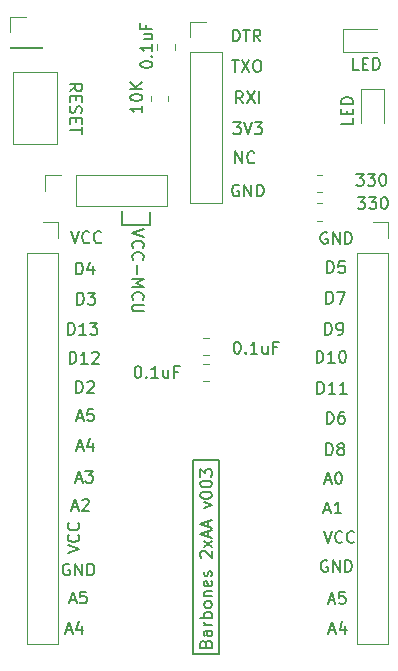
<source format=gbr>
%TF.GenerationSoftware,KiCad,Pcbnew,6.0.6-3a73a75311~116~ubuntu20.04.1*%
%TF.CreationDate,2022-07-15T19:37:52-05:00*%
%TF.ProjectId,Barbones_2xAA_Arduino_v003,42617262-6f6e-4657-935f-327841415f41,rev?*%
%TF.SameCoordinates,Original*%
%TF.FileFunction,Legend,Top*%
%TF.FilePolarity,Positive*%
%FSLAX46Y46*%
G04 Gerber Fmt 4.6, Leading zero omitted, Abs format (unit mm)*
G04 Created by KiCad (PCBNEW 6.0.6-3a73a75311~116~ubuntu20.04.1) date 2022-07-15 19:37:52*
%MOMM*%
%LPD*%
G01*
G04 APERTURE LIST*
%ADD10C,0.150000*%
%ADD11C,0.120000*%
G04 APERTURE END LIST*
D10*
X174260000Y-67520000D02*
X174260000Y-66360000D01*
X171820000Y-67520000D02*
X174260000Y-67520000D01*
X171820000Y-66340000D02*
X171820000Y-67520000D01*
X177830000Y-103820000D02*
X180060000Y-103820000D01*
X180060000Y-103820000D02*
X180060000Y-87400000D01*
X180060000Y-87400000D02*
X177830000Y-87400000D01*
X177830000Y-87400000D02*
X177830000Y-103820000D01*
X182075238Y-57172380D02*
X181741904Y-56696190D01*
X181503809Y-57172380D02*
X181503809Y-56172380D01*
X181884761Y-56172380D01*
X181980000Y-56220000D01*
X182027619Y-56267619D01*
X182075238Y-56362857D01*
X182075238Y-56505714D01*
X182027619Y-56600952D01*
X181980000Y-56648571D01*
X181884761Y-56696190D01*
X181503809Y-56696190D01*
X182408571Y-56172380D02*
X183075238Y-57172380D01*
X183075238Y-56172380D02*
X182408571Y-57172380D01*
X183456190Y-57172380D02*
X183456190Y-56172380D01*
X189161904Y-74142380D02*
X189161904Y-73142380D01*
X189400000Y-73142380D01*
X189542857Y-73190000D01*
X189638095Y-73285238D01*
X189685714Y-73380476D01*
X189733333Y-73570952D01*
X189733333Y-73713809D01*
X189685714Y-73904285D01*
X189638095Y-73999523D01*
X189542857Y-74094761D01*
X189400000Y-74142380D01*
X189161904Y-74142380D01*
X190066666Y-73142380D02*
X190733333Y-73142380D01*
X190304761Y-74142380D01*
X188325714Y-79142380D02*
X188325714Y-78142380D01*
X188563809Y-78142380D01*
X188706666Y-78190000D01*
X188801904Y-78285238D01*
X188849523Y-78380476D01*
X188897142Y-78570952D01*
X188897142Y-78713809D01*
X188849523Y-78904285D01*
X188801904Y-78999523D01*
X188706666Y-79094761D01*
X188563809Y-79142380D01*
X188325714Y-79142380D01*
X189849523Y-79142380D02*
X189278095Y-79142380D01*
X189563809Y-79142380D02*
X189563809Y-78142380D01*
X189468571Y-78285238D01*
X189373333Y-78380476D01*
X189278095Y-78428095D01*
X190468571Y-78142380D02*
X190563809Y-78142380D01*
X190659047Y-78190000D01*
X190706666Y-78237619D01*
X190754285Y-78332857D01*
X190801904Y-78523333D01*
X190801904Y-78761428D01*
X190754285Y-78951904D01*
X190706666Y-79047142D01*
X190659047Y-79094761D01*
X190563809Y-79142380D01*
X190468571Y-79142380D01*
X190373333Y-79094761D01*
X190325714Y-79047142D01*
X190278095Y-78951904D01*
X190230476Y-78761428D01*
X190230476Y-78523333D01*
X190278095Y-78332857D01*
X190325714Y-78237619D01*
X190373333Y-78190000D01*
X190468571Y-78142380D01*
X189425714Y-101796666D02*
X189901904Y-101796666D01*
X189330476Y-102082380D02*
X189663809Y-101082380D01*
X189997142Y-102082380D01*
X190759047Y-101415714D02*
X190759047Y-102082380D01*
X190520952Y-101034761D02*
X190282857Y-101749047D01*
X190901904Y-101749047D01*
X189191904Y-84312380D02*
X189191904Y-83312380D01*
X189430000Y-83312380D01*
X189572857Y-83360000D01*
X189668095Y-83455238D01*
X189715714Y-83550476D01*
X189763333Y-83740952D01*
X189763333Y-83883809D01*
X189715714Y-84074285D01*
X189668095Y-84169523D01*
X189572857Y-84264761D01*
X189430000Y-84312380D01*
X189191904Y-84312380D01*
X190620476Y-83312380D02*
X190430000Y-83312380D01*
X190334761Y-83360000D01*
X190287142Y-83407619D01*
X190191904Y-83550476D01*
X190144285Y-83740952D01*
X190144285Y-84121904D01*
X190191904Y-84217142D01*
X190239523Y-84264761D01*
X190334761Y-84312380D01*
X190525238Y-84312380D01*
X190620476Y-84264761D01*
X190668095Y-84217142D01*
X190715714Y-84121904D01*
X190715714Y-83883809D01*
X190668095Y-83788571D01*
X190620476Y-83740952D01*
X190525238Y-83693333D01*
X190334761Y-83693333D01*
X190239523Y-83740952D01*
X190191904Y-83788571D01*
X190144285Y-83883809D01*
X189055714Y-89116666D02*
X189531904Y-89116666D01*
X188960476Y-89402380D02*
X189293809Y-88402380D01*
X189627142Y-89402380D01*
X190150952Y-88402380D02*
X190246190Y-88402380D01*
X190341428Y-88450000D01*
X190389047Y-88497619D01*
X190436666Y-88592857D01*
X190484285Y-88783333D01*
X190484285Y-89021428D01*
X190436666Y-89211904D01*
X190389047Y-89307142D01*
X190341428Y-89354761D01*
X190246190Y-89402380D01*
X190150952Y-89402380D01*
X190055714Y-89354761D01*
X190008095Y-89307142D01*
X189960476Y-89211904D01*
X189912857Y-89021428D01*
X189912857Y-88783333D01*
X189960476Y-88592857D01*
X190008095Y-88497619D01*
X190055714Y-88450000D01*
X190150952Y-88402380D01*
X188946666Y-93402380D02*
X189280000Y-94402380D01*
X189613333Y-93402380D01*
X190518095Y-94307142D02*
X190470476Y-94354761D01*
X190327619Y-94402380D01*
X190232380Y-94402380D01*
X190089523Y-94354761D01*
X189994285Y-94259523D01*
X189946666Y-94164285D01*
X189899047Y-93973809D01*
X189899047Y-93830952D01*
X189946666Y-93640476D01*
X189994285Y-93545238D01*
X190089523Y-93450000D01*
X190232380Y-93402380D01*
X190327619Y-93402380D01*
X190470476Y-93450000D01*
X190518095Y-93497619D01*
X191518095Y-94307142D02*
X191470476Y-94354761D01*
X191327619Y-94402380D01*
X191232380Y-94402380D01*
X191089523Y-94354761D01*
X190994285Y-94259523D01*
X190946666Y-94164285D01*
X190899047Y-93973809D01*
X190899047Y-93830952D01*
X190946666Y-93640476D01*
X190994285Y-93545238D01*
X191089523Y-93450000D01*
X191232380Y-93402380D01*
X191327619Y-93402380D01*
X191470476Y-93450000D01*
X191518095Y-93497619D01*
X181237142Y-51942380D02*
X181237142Y-50942380D01*
X181475238Y-50942380D01*
X181618095Y-50990000D01*
X181713333Y-51085238D01*
X181760952Y-51180476D01*
X181808571Y-51370952D01*
X181808571Y-51513809D01*
X181760952Y-51704285D01*
X181713333Y-51799523D01*
X181618095Y-51894761D01*
X181475238Y-51942380D01*
X181237142Y-51942380D01*
X182094285Y-50942380D02*
X182665714Y-50942380D01*
X182380000Y-51942380D02*
X182380000Y-50942380D01*
X183570476Y-51942380D02*
X183237142Y-51466190D01*
X182999047Y-51942380D02*
X182999047Y-50942380D01*
X183380000Y-50942380D01*
X183475238Y-50990000D01*
X183522857Y-51037619D01*
X183570476Y-51132857D01*
X183570476Y-51275714D01*
X183522857Y-51370952D01*
X183475238Y-51418571D01*
X183380000Y-51466190D01*
X182999047Y-51466190D01*
X189238095Y-95910000D02*
X189142857Y-95862380D01*
X189000000Y-95862380D01*
X188857142Y-95910000D01*
X188761904Y-96005238D01*
X188714285Y-96100476D01*
X188666666Y-96290952D01*
X188666666Y-96433809D01*
X188714285Y-96624285D01*
X188761904Y-96719523D01*
X188857142Y-96814761D01*
X189000000Y-96862380D01*
X189095238Y-96862380D01*
X189238095Y-96814761D01*
X189285714Y-96767142D01*
X189285714Y-96433809D01*
X189095238Y-96433809D01*
X189714285Y-96862380D02*
X189714285Y-95862380D01*
X190285714Y-96862380D01*
X190285714Y-95862380D01*
X190761904Y-96862380D02*
X190761904Y-95862380D01*
X191000000Y-95862380D01*
X191142857Y-95910000D01*
X191238095Y-96005238D01*
X191285714Y-96100476D01*
X191333333Y-96290952D01*
X191333333Y-96433809D01*
X191285714Y-96624285D01*
X191238095Y-96719523D01*
X191142857Y-96814761D01*
X191000000Y-96862380D01*
X190761904Y-96862380D01*
X189228095Y-68140000D02*
X189132857Y-68092380D01*
X188990000Y-68092380D01*
X188847142Y-68140000D01*
X188751904Y-68235238D01*
X188704285Y-68330476D01*
X188656666Y-68520952D01*
X188656666Y-68663809D01*
X188704285Y-68854285D01*
X188751904Y-68949523D01*
X188847142Y-69044761D01*
X188990000Y-69092380D01*
X189085238Y-69092380D01*
X189228095Y-69044761D01*
X189275714Y-68997142D01*
X189275714Y-68663809D01*
X189085238Y-68663809D01*
X189704285Y-69092380D02*
X189704285Y-68092380D01*
X190275714Y-69092380D01*
X190275714Y-68092380D01*
X190751904Y-69092380D02*
X190751904Y-68092380D01*
X190990000Y-68092380D01*
X191132857Y-68140000D01*
X191228095Y-68235238D01*
X191275714Y-68330476D01*
X191323333Y-68520952D01*
X191323333Y-68663809D01*
X191275714Y-68854285D01*
X191228095Y-68949523D01*
X191132857Y-69044761D01*
X190990000Y-69092380D01*
X190751904Y-69092380D01*
X173717619Y-67852380D02*
X172717619Y-68185714D01*
X173717619Y-68519047D01*
X172812857Y-69423809D02*
X172765238Y-69376190D01*
X172717619Y-69233333D01*
X172717619Y-69138095D01*
X172765238Y-68995238D01*
X172860476Y-68900000D01*
X172955714Y-68852380D01*
X173146190Y-68804761D01*
X173289047Y-68804761D01*
X173479523Y-68852380D01*
X173574761Y-68900000D01*
X173670000Y-68995238D01*
X173717619Y-69138095D01*
X173717619Y-69233333D01*
X173670000Y-69376190D01*
X173622380Y-69423809D01*
X172812857Y-70423809D02*
X172765238Y-70376190D01*
X172717619Y-70233333D01*
X172717619Y-70138095D01*
X172765238Y-69995238D01*
X172860476Y-69900000D01*
X172955714Y-69852380D01*
X173146190Y-69804761D01*
X173289047Y-69804761D01*
X173479523Y-69852380D01*
X173574761Y-69900000D01*
X173670000Y-69995238D01*
X173717619Y-70138095D01*
X173717619Y-70233333D01*
X173670000Y-70376190D01*
X173622380Y-70423809D01*
X173098571Y-70852380D02*
X173098571Y-71614285D01*
X172717619Y-72090476D02*
X173717619Y-72090476D01*
X173003333Y-72423809D01*
X173717619Y-72757142D01*
X172717619Y-72757142D01*
X172812857Y-73804761D02*
X172765238Y-73757142D01*
X172717619Y-73614285D01*
X172717619Y-73519047D01*
X172765238Y-73376190D01*
X172860476Y-73280952D01*
X172955714Y-73233333D01*
X173146190Y-73185714D01*
X173289047Y-73185714D01*
X173479523Y-73233333D01*
X173574761Y-73280952D01*
X173670000Y-73376190D01*
X173717619Y-73519047D01*
X173717619Y-73614285D01*
X173670000Y-73757142D01*
X173622380Y-73804761D01*
X173717619Y-74233333D02*
X172908095Y-74233333D01*
X172812857Y-74280952D01*
X172765238Y-74328571D01*
X172717619Y-74423809D01*
X172717619Y-74614285D01*
X172765238Y-74709523D01*
X172812857Y-74757142D01*
X172908095Y-74804761D01*
X173717619Y-74804761D01*
X189355714Y-99266666D02*
X189831904Y-99266666D01*
X189260476Y-99552380D02*
X189593809Y-98552380D01*
X189927142Y-99552380D01*
X190736666Y-98552380D02*
X190260476Y-98552380D01*
X190212857Y-99028571D01*
X190260476Y-98980952D01*
X190355714Y-98933333D01*
X190593809Y-98933333D01*
X190689047Y-98980952D01*
X190736666Y-99028571D01*
X190784285Y-99123809D01*
X190784285Y-99361904D01*
X190736666Y-99457142D01*
X190689047Y-99504761D01*
X190593809Y-99552380D01*
X190355714Y-99552380D01*
X190260476Y-99504761D01*
X190212857Y-99457142D01*
X189061904Y-76772380D02*
X189061904Y-75772380D01*
X189300000Y-75772380D01*
X189442857Y-75820000D01*
X189538095Y-75915238D01*
X189585714Y-76010476D01*
X189633333Y-76200952D01*
X189633333Y-76343809D01*
X189585714Y-76534285D01*
X189538095Y-76629523D01*
X189442857Y-76724761D01*
X189300000Y-76772380D01*
X189061904Y-76772380D01*
X190109523Y-76772380D02*
X190300000Y-76772380D01*
X190395238Y-76724761D01*
X190442857Y-76677142D01*
X190538095Y-76534285D01*
X190585714Y-76343809D01*
X190585714Y-75962857D01*
X190538095Y-75867619D01*
X190490476Y-75820000D01*
X190395238Y-75772380D01*
X190204761Y-75772380D01*
X190109523Y-75820000D01*
X190061904Y-75867619D01*
X190014285Y-75962857D01*
X190014285Y-76200952D01*
X190061904Y-76296190D01*
X190109523Y-76343809D01*
X190204761Y-76391428D01*
X190395238Y-76391428D01*
X190490476Y-76343809D01*
X190538095Y-76296190D01*
X190585714Y-76200952D01*
X181748095Y-64110000D02*
X181652857Y-64062380D01*
X181510000Y-64062380D01*
X181367142Y-64110000D01*
X181271904Y-64205238D01*
X181224285Y-64300476D01*
X181176666Y-64490952D01*
X181176666Y-64633809D01*
X181224285Y-64824285D01*
X181271904Y-64919523D01*
X181367142Y-65014761D01*
X181510000Y-65062380D01*
X181605238Y-65062380D01*
X181748095Y-65014761D01*
X181795714Y-64967142D01*
X181795714Y-64633809D01*
X181605238Y-64633809D01*
X182224285Y-65062380D02*
X182224285Y-64062380D01*
X182795714Y-65062380D01*
X182795714Y-64062380D01*
X183271904Y-65062380D02*
X183271904Y-64062380D01*
X183510000Y-64062380D01*
X183652857Y-64110000D01*
X183748095Y-64205238D01*
X183795714Y-64300476D01*
X183843333Y-64490952D01*
X183843333Y-64633809D01*
X183795714Y-64824285D01*
X183748095Y-64919523D01*
X183652857Y-65014761D01*
X183510000Y-65062380D01*
X183271904Y-65062380D01*
X167115714Y-101806666D02*
X167591904Y-101806666D01*
X167020476Y-102092380D02*
X167353809Y-101092380D01*
X167687142Y-102092380D01*
X168449047Y-101425714D02*
X168449047Y-102092380D01*
X168210952Y-101044761D02*
X167972857Y-101759047D01*
X168591904Y-101759047D01*
X167435714Y-99236666D02*
X167911904Y-99236666D01*
X167340476Y-99522380D02*
X167673809Y-98522380D01*
X168007142Y-99522380D01*
X168816666Y-98522380D02*
X168340476Y-98522380D01*
X168292857Y-98998571D01*
X168340476Y-98950952D01*
X168435714Y-98903333D01*
X168673809Y-98903333D01*
X168769047Y-98950952D01*
X168816666Y-98998571D01*
X168864285Y-99093809D01*
X168864285Y-99331904D01*
X168816666Y-99427142D01*
X168769047Y-99474761D01*
X168673809Y-99522380D01*
X168435714Y-99522380D01*
X168340476Y-99474761D01*
X168292857Y-99427142D01*
X181281904Y-58792380D02*
X181900952Y-58792380D01*
X181567619Y-59173333D01*
X181710476Y-59173333D01*
X181805714Y-59220952D01*
X181853333Y-59268571D01*
X181900952Y-59363809D01*
X181900952Y-59601904D01*
X181853333Y-59697142D01*
X181805714Y-59744761D01*
X181710476Y-59792380D01*
X181424761Y-59792380D01*
X181329523Y-59744761D01*
X181281904Y-59697142D01*
X182186666Y-58792380D02*
X182520000Y-59792380D01*
X182853333Y-58792380D01*
X183091428Y-58792380D02*
X183710476Y-58792380D01*
X183377142Y-59173333D01*
X183520000Y-59173333D01*
X183615238Y-59220952D01*
X183662857Y-59268571D01*
X183710476Y-59363809D01*
X183710476Y-59601904D01*
X183662857Y-59697142D01*
X183615238Y-59744761D01*
X183520000Y-59792380D01*
X183234285Y-59792380D01*
X183139047Y-59744761D01*
X183091428Y-59697142D01*
X188405714Y-81772380D02*
X188405714Y-80772380D01*
X188643809Y-80772380D01*
X188786666Y-80820000D01*
X188881904Y-80915238D01*
X188929523Y-81010476D01*
X188977142Y-81200952D01*
X188977142Y-81343809D01*
X188929523Y-81534285D01*
X188881904Y-81629523D01*
X188786666Y-81724761D01*
X188643809Y-81772380D01*
X188405714Y-81772380D01*
X189929523Y-81772380D02*
X189358095Y-81772380D01*
X189643809Y-81772380D02*
X189643809Y-80772380D01*
X189548571Y-80915238D01*
X189453333Y-81010476D01*
X189358095Y-81058095D01*
X190881904Y-81772380D02*
X190310476Y-81772380D01*
X190596190Y-81772380D02*
X190596190Y-80772380D01*
X190500952Y-80915238D01*
X190405714Y-81010476D01*
X190310476Y-81058095D01*
X168035714Y-83786666D02*
X168511904Y-83786666D01*
X167940476Y-84072380D02*
X168273809Y-83072380D01*
X168607142Y-84072380D01*
X169416666Y-83072380D02*
X168940476Y-83072380D01*
X168892857Y-83548571D01*
X168940476Y-83500952D01*
X169035714Y-83453333D01*
X169273809Y-83453333D01*
X169369047Y-83500952D01*
X169416666Y-83548571D01*
X169464285Y-83643809D01*
X169464285Y-83881904D01*
X169416666Y-83977142D01*
X169369047Y-84024761D01*
X169273809Y-84072380D01*
X169035714Y-84072380D01*
X168940476Y-84024761D01*
X168892857Y-83977142D01*
X167398095Y-96200000D02*
X167302857Y-96152380D01*
X167160000Y-96152380D01*
X167017142Y-96200000D01*
X166921904Y-96295238D01*
X166874285Y-96390476D01*
X166826666Y-96580952D01*
X166826666Y-96723809D01*
X166874285Y-96914285D01*
X166921904Y-97009523D01*
X167017142Y-97104761D01*
X167160000Y-97152380D01*
X167255238Y-97152380D01*
X167398095Y-97104761D01*
X167445714Y-97057142D01*
X167445714Y-96723809D01*
X167255238Y-96723809D01*
X167874285Y-97152380D02*
X167874285Y-96152380D01*
X168445714Y-97152380D01*
X168445714Y-96152380D01*
X168921904Y-97152380D02*
X168921904Y-96152380D01*
X169160000Y-96152380D01*
X169302857Y-96200000D01*
X169398095Y-96295238D01*
X169445714Y-96390476D01*
X169493333Y-96580952D01*
X169493333Y-96723809D01*
X169445714Y-96914285D01*
X169398095Y-97009523D01*
X169302857Y-97104761D01*
X169160000Y-97152380D01*
X168921904Y-97152380D01*
X167981904Y-71662380D02*
X167981904Y-70662380D01*
X168220000Y-70662380D01*
X168362857Y-70710000D01*
X168458095Y-70805238D01*
X168505714Y-70900476D01*
X168553333Y-71090952D01*
X168553333Y-71233809D01*
X168505714Y-71424285D01*
X168458095Y-71519523D01*
X168362857Y-71614761D01*
X168220000Y-71662380D01*
X167981904Y-71662380D01*
X169410476Y-70995714D02*
X169410476Y-71662380D01*
X169172380Y-70614761D02*
X168934285Y-71329047D01*
X169553333Y-71329047D01*
X167625714Y-91396666D02*
X168101904Y-91396666D01*
X167530476Y-91682380D02*
X167863809Y-90682380D01*
X168197142Y-91682380D01*
X168482857Y-90777619D02*
X168530476Y-90730000D01*
X168625714Y-90682380D01*
X168863809Y-90682380D01*
X168959047Y-90730000D01*
X169006666Y-90777619D01*
X169054285Y-90872857D01*
X169054285Y-90968095D01*
X169006666Y-91110952D01*
X168435238Y-91682380D01*
X169054285Y-91682380D01*
X188995714Y-91626666D02*
X189471904Y-91626666D01*
X188900476Y-91912380D02*
X189233809Y-90912380D01*
X189567142Y-91912380D01*
X190424285Y-91912380D02*
X189852857Y-91912380D01*
X190138571Y-91912380D02*
X190138571Y-90912380D01*
X190043333Y-91055238D01*
X189948095Y-91150476D01*
X189852857Y-91198095D01*
X168061904Y-74222380D02*
X168061904Y-73222380D01*
X168300000Y-73222380D01*
X168442857Y-73270000D01*
X168538095Y-73365238D01*
X168585714Y-73460476D01*
X168633333Y-73650952D01*
X168633333Y-73793809D01*
X168585714Y-73984285D01*
X168538095Y-74079523D01*
X168442857Y-74174761D01*
X168300000Y-74222380D01*
X168061904Y-74222380D01*
X168966666Y-73222380D02*
X169585714Y-73222380D01*
X169252380Y-73603333D01*
X169395238Y-73603333D01*
X169490476Y-73650952D01*
X169538095Y-73698571D01*
X169585714Y-73793809D01*
X169585714Y-74031904D01*
X169538095Y-74127142D01*
X169490476Y-74174761D01*
X169395238Y-74222380D01*
X169109523Y-74222380D01*
X169014285Y-74174761D01*
X168966666Y-74127142D01*
X189221904Y-71552380D02*
X189221904Y-70552380D01*
X189460000Y-70552380D01*
X189602857Y-70600000D01*
X189698095Y-70695238D01*
X189745714Y-70790476D01*
X189793333Y-70980952D01*
X189793333Y-71123809D01*
X189745714Y-71314285D01*
X189698095Y-71409523D01*
X189602857Y-71504761D01*
X189460000Y-71552380D01*
X189221904Y-71552380D01*
X190698095Y-70552380D02*
X190221904Y-70552380D01*
X190174285Y-71028571D01*
X190221904Y-70980952D01*
X190317142Y-70933333D01*
X190555238Y-70933333D01*
X190650476Y-70980952D01*
X190698095Y-71028571D01*
X190745714Y-71123809D01*
X190745714Y-71361904D01*
X190698095Y-71457142D01*
X190650476Y-71504761D01*
X190555238Y-71552380D01*
X190317142Y-71552380D01*
X190221904Y-71504761D01*
X190174285Y-71457142D01*
X167955714Y-89006666D02*
X168431904Y-89006666D01*
X167860476Y-89292380D02*
X168193809Y-88292380D01*
X168527142Y-89292380D01*
X168765238Y-88292380D02*
X169384285Y-88292380D01*
X169050952Y-88673333D01*
X169193809Y-88673333D01*
X169289047Y-88720952D01*
X169336666Y-88768571D01*
X169384285Y-88863809D01*
X169384285Y-89101904D01*
X169336666Y-89197142D01*
X169289047Y-89244761D01*
X169193809Y-89292380D01*
X168908095Y-89292380D01*
X168812857Y-89244761D01*
X168765238Y-89197142D01*
X181164285Y-53512380D02*
X181735714Y-53512380D01*
X181450000Y-54512380D02*
X181450000Y-53512380D01*
X181973809Y-53512380D02*
X182640476Y-54512380D01*
X182640476Y-53512380D02*
X181973809Y-54512380D01*
X183211904Y-53512380D02*
X183402380Y-53512380D01*
X183497619Y-53560000D01*
X183592857Y-53655238D01*
X183640476Y-53845714D01*
X183640476Y-54179047D01*
X183592857Y-54369523D01*
X183497619Y-54464761D01*
X183402380Y-54512380D01*
X183211904Y-54512380D01*
X183116666Y-54464761D01*
X183021428Y-54369523D01*
X182973809Y-54179047D01*
X182973809Y-53845714D01*
X183021428Y-53655238D01*
X183116666Y-53560000D01*
X183211904Y-53512380D01*
X181444285Y-62262380D02*
X181444285Y-61262380D01*
X182015714Y-62262380D01*
X182015714Y-61262380D01*
X183063333Y-62167142D02*
X183015714Y-62214761D01*
X182872857Y-62262380D01*
X182777619Y-62262380D01*
X182634761Y-62214761D01*
X182539523Y-62119523D01*
X182491904Y-62024285D01*
X182444285Y-61833809D01*
X182444285Y-61690952D01*
X182491904Y-61500476D01*
X182539523Y-61405238D01*
X182634761Y-61310000D01*
X182777619Y-61262380D01*
X182872857Y-61262380D01*
X183015714Y-61310000D01*
X183063333Y-61357619D01*
X178938571Y-102930476D02*
X178986190Y-102787619D01*
X179033809Y-102740000D01*
X179129047Y-102692380D01*
X179271904Y-102692380D01*
X179367142Y-102740000D01*
X179414761Y-102787619D01*
X179462380Y-102882857D01*
X179462380Y-103263809D01*
X178462380Y-103263809D01*
X178462380Y-102930476D01*
X178510000Y-102835238D01*
X178557619Y-102787619D01*
X178652857Y-102740000D01*
X178748095Y-102740000D01*
X178843333Y-102787619D01*
X178890952Y-102835238D01*
X178938571Y-102930476D01*
X178938571Y-103263809D01*
X179462380Y-101835238D02*
X178938571Y-101835238D01*
X178843333Y-101882857D01*
X178795714Y-101978095D01*
X178795714Y-102168571D01*
X178843333Y-102263809D01*
X179414761Y-101835238D02*
X179462380Y-101930476D01*
X179462380Y-102168571D01*
X179414761Y-102263809D01*
X179319523Y-102311428D01*
X179224285Y-102311428D01*
X179129047Y-102263809D01*
X179081428Y-102168571D01*
X179081428Y-101930476D01*
X179033809Y-101835238D01*
X179462380Y-101359047D02*
X178795714Y-101359047D01*
X178986190Y-101359047D02*
X178890952Y-101311428D01*
X178843333Y-101263809D01*
X178795714Y-101168571D01*
X178795714Y-101073333D01*
X179462380Y-100740000D02*
X178462380Y-100740000D01*
X178843333Y-100740000D02*
X178795714Y-100644761D01*
X178795714Y-100454285D01*
X178843333Y-100359047D01*
X178890952Y-100311428D01*
X178986190Y-100263809D01*
X179271904Y-100263809D01*
X179367142Y-100311428D01*
X179414761Y-100359047D01*
X179462380Y-100454285D01*
X179462380Y-100644761D01*
X179414761Y-100740000D01*
X179462380Y-99692380D02*
X179414761Y-99787619D01*
X179367142Y-99835238D01*
X179271904Y-99882857D01*
X178986190Y-99882857D01*
X178890952Y-99835238D01*
X178843333Y-99787619D01*
X178795714Y-99692380D01*
X178795714Y-99549523D01*
X178843333Y-99454285D01*
X178890952Y-99406666D01*
X178986190Y-99359047D01*
X179271904Y-99359047D01*
X179367142Y-99406666D01*
X179414761Y-99454285D01*
X179462380Y-99549523D01*
X179462380Y-99692380D01*
X178795714Y-98930476D02*
X179462380Y-98930476D01*
X178890952Y-98930476D02*
X178843333Y-98882857D01*
X178795714Y-98787619D01*
X178795714Y-98644761D01*
X178843333Y-98549523D01*
X178938571Y-98501904D01*
X179462380Y-98501904D01*
X179414761Y-97644761D02*
X179462380Y-97740000D01*
X179462380Y-97930476D01*
X179414761Y-98025714D01*
X179319523Y-98073333D01*
X178938571Y-98073333D01*
X178843333Y-98025714D01*
X178795714Y-97930476D01*
X178795714Y-97740000D01*
X178843333Y-97644761D01*
X178938571Y-97597142D01*
X179033809Y-97597142D01*
X179129047Y-98073333D01*
X179414761Y-97216190D02*
X179462380Y-97120952D01*
X179462380Y-96930476D01*
X179414761Y-96835238D01*
X179319523Y-96787619D01*
X179271904Y-96787619D01*
X179176666Y-96835238D01*
X179129047Y-96930476D01*
X179129047Y-97073333D01*
X179081428Y-97168571D01*
X178986190Y-97216190D01*
X178938571Y-97216190D01*
X178843333Y-97168571D01*
X178795714Y-97073333D01*
X178795714Y-96930476D01*
X178843333Y-96835238D01*
X178557619Y-95644761D02*
X178510000Y-95597142D01*
X178462380Y-95501904D01*
X178462380Y-95263809D01*
X178510000Y-95168571D01*
X178557619Y-95120952D01*
X178652857Y-95073333D01*
X178748095Y-95073333D01*
X178890952Y-95120952D01*
X179462380Y-95692380D01*
X179462380Y-95073333D01*
X179462380Y-94740000D02*
X178795714Y-94216190D01*
X178795714Y-94740000D02*
X179462380Y-94216190D01*
X179176666Y-93882857D02*
X179176666Y-93406666D01*
X179462380Y-93978095D02*
X178462380Y-93644761D01*
X179462380Y-93311428D01*
X179176666Y-93025714D02*
X179176666Y-92549523D01*
X179462380Y-93120952D02*
X178462380Y-92787619D01*
X179462380Y-92454285D01*
X178795714Y-91454285D02*
X179462380Y-91216190D01*
X178795714Y-90978095D01*
X178462380Y-90406666D02*
X178462380Y-90311428D01*
X178510000Y-90216190D01*
X178557619Y-90168571D01*
X178652857Y-90120952D01*
X178843333Y-90073333D01*
X179081428Y-90073333D01*
X179271904Y-90120952D01*
X179367142Y-90168571D01*
X179414761Y-90216190D01*
X179462380Y-90311428D01*
X179462380Y-90406666D01*
X179414761Y-90501904D01*
X179367142Y-90549523D01*
X179271904Y-90597142D01*
X179081428Y-90644761D01*
X178843333Y-90644761D01*
X178652857Y-90597142D01*
X178557619Y-90549523D01*
X178510000Y-90501904D01*
X178462380Y-90406666D01*
X178462380Y-89454285D02*
X178462380Y-89359047D01*
X178510000Y-89263809D01*
X178557619Y-89216190D01*
X178652857Y-89168571D01*
X178843333Y-89120952D01*
X179081428Y-89120952D01*
X179271904Y-89168571D01*
X179367142Y-89216190D01*
X179414761Y-89263809D01*
X179462380Y-89359047D01*
X179462380Y-89454285D01*
X179414761Y-89549523D01*
X179367142Y-89597142D01*
X179271904Y-89644761D01*
X179081428Y-89692380D01*
X178843333Y-89692380D01*
X178652857Y-89644761D01*
X178557619Y-89597142D01*
X178510000Y-89549523D01*
X178462380Y-89454285D01*
X178462380Y-88787619D02*
X178462380Y-88168571D01*
X178843333Y-88501904D01*
X178843333Y-88359047D01*
X178890952Y-88263809D01*
X178938571Y-88216190D01*
X179033809Y-88168571D01*
X179271904Y-88168571D01*
X179367142Y-88216190D01*
X179414761Y-88263809D01*
X179462380Y-88359047D01*
X179462380Y-88644761D01*
X179414761Y-88740000D01*
X179367142Y-88787619D01*
X167295714Y-76772380D02*
X167295714Y-75772380D01*
X167533809Y-75772380D01*
X167676666Y-75820000D01*
X167771904Y-75915238D01*
X167819523Y-76010476D01*
X167867142Y-76200952D01*
X167867142Y-76343809D01*
X167819523Y-76534285D01*
X167771904Y-76629523D01*
X167676666Y-76724761D01*
X167533809Y-76772380D01*
X167295714Y-76772380D01*
X168819523Y-76772380D02*
X168248095Y-76772380D01*
X168533809Y-76772380D02*
X168533809Y-75772380D01*
X168438571Y-75915238D01*
X168343333Y-76010476D01*
X168248095Y-76058095D01*
X169152857Y-75772380D02*
X169771904Y-75772380D01*
X169438571Y-76153333D01*
X169581428Y-76153333D01*
X169676666Y-76200952D01*
X169724285Y-76248571D01*
X169771904Y-76343809D01*
X169771904Y-76581904D01*
X169724285Y-76677142D01*
X169676666Y-76724761D01*
X169581428Y-76772380D01*
X169295714Y-76772380D01*
X169200476Y-76724761D01*
X169152857Y-76677142D01*
X167242380Y-95283333D02*
X168242380Y-94950000D01*
X167242380Y-94616666D01*
X168147142Y-93711904D02*
X168194761Y-93759523D01*
X168242380Y-93902380D01*
X168242380Y-93997619D01*
X168194761Y-94140476D01*
X168099523Y-94235714D01*
X168004285Y-94283333D01*
X167813809Y-94330952D01*
X167670952Y-94330952D01*
X167480476Y-94283333D01*
X167385238Y-94235714D01*
X167290000Y-94140476D01*
X167242380Y-93997619D01*
X167242380Y-93902380D01*
X167290000Y-93759523D01*
X167337619Y-93711904D01*
X168147142Y-92711904D02*
X168194761Y-92759523D01*
X168242380Y-92902380D01*
X168242380Y-92997619D01*
X168194761Y-93140476D01*
X168099523Y-93235714D01*
X168004285Y-93283333D01*
X167813809Y-93330952D01*
X167670952Y-93330952D01*
X167480476Y-93283333D01*
X167385238Y-93235714D01*
X167290000Y-93140476D01*
X167242380Y-92997619D01*
X167242380Y-92902380D01*
X167290000Y-92759523D01*
X167337619Y-92711904D01*
X167971904Y-81702380D02*
X167971904Y-80702380D01*
X168210000Y-80702380D01*
X168352857Y-80750000D01*
X168448095Y-80845238D01*
X168495714Y-80940476D01*
X168543333Y-81130952D01*
X168543333Y-81273809D01*
X168495714Y-81464285D01*
X168448095Y-81559523D01*
X168352857Y-81654761D01*
X168210000Y-81702380D01*
X167971904Y-81702380D01*
X168924285Y-80797619D02*
X168971904Y-80750000D01*
X169067142Y-80702380D01*
X169305238Y-80702380D01*
X169400476Y-80750000D01*
X169448095Y-80797619D01*
X169495714Y-80892857D01*
X169495714Y-80988095D01*
X169448095Y-81130952D01*
X168876666Y-81702380D01*
X169495714Y-81702380D01*
X168025714Y-86316666D02*
X168501904Y-86316666D01*
X167930476Y-86602380D02*
X168263809Y-85602380D01*
X168597142Y-86602380D01*
X169359047Y-85935714D02*
X169359047Y-86602380D01*
X169120952Y-85554761D02*
X168882857Y-86269047D01*
X169501904Y-86269047D01*
X167425714Y-79222380D02*
X167425714Y-78222380D01*
X167663809Y-78222380D01*
X167806666Y-78270000D01*
X167901904Y-78365238D01*
X167949523Y-78460476D01*
X167997142Y-78650952D01*
X167997142Y-78793809D01*
X167949523Y-78984285D01*
X167901904Y-79079523D01*
X167806666Y-79174761D01*
X167663809Y-79222380D01*
X167425714Y-79222380D01*
X168949523Y-79222380D02*
X168378095Y-79222380D01*
X168663809Y-79222380D02*
X168663809Y-78222380D01*
X168568571Y-78365238D01*
X168473333Y-78460476D01*
X168378095Y-78508095D01*
X169330476Y-78317619D02*
X169378095Y-78270000D01*
X169473333Y-78222380D01*
X169711428Y-78222380D01*
X169806666Y-78270000D01*
X169854285Y-78317619D01*
X169901904Y-78412857D01*
X169901904Y-78508095D01*
X169854285Y-78650952D01*
X169282857Y-79222380D01*
X169901904Y-79222380D01*
X167526666Y-68022380D02*
X167860000Y-69022380D01*
X168193333Y-68022380D01*
X169098095Y-68927142D02*
X169050476Y-68974761D01*
X168907619Y-69022380D01*
X168812380Y-69022380D01*
X168669523Y-68974761D01*
X168574285Y-68879523D01*
X168526666Y-68784285D01*
X168479047Y-68593809D01*
X168479047Y-68450952D01*
X168526666Y-68260476D01*
X168574285Y-68165238D01*
X168669523Y-68070000D01*
X168812380Y-68022380D01*
X168907619Y-68022380D01*
X169050476Y-68070000D01*
X169098095Y-68117619D01*
X170098095Y-68927142D02*
X170050476Y-68974761D01*
X169907619Y-69022380D01*
X169812380Y-69022380D01*
X169669523Y-68974761D01*
X169574285Y-68879523D01*
X169526666Y-68784285D01*
X169479047Y-68593809D01*
X169479047Y-68450952D01*
X169526666Y-68260476D01*
X169574285Y-68165238D01*
X169669523Y-68070000D01*
X169812380Y-68022380D01*
X169907619Y-68022380D01*
X170050476Y-68070000D01*
X170098095Y-68117619D01*
X189141904Y-86972380D02*
X189141904Y-85972380D01*
X189380000Y-85972380D01*
X189522857Y-86020000D01*
X189618095Y-86115238D01*
X189665714Y-86210476D01*
X189713333Y-86400952D01*
X189713333Y-86543809D01*
X189665714Y-86734285D01*
X189618095Y-86829523D01*
X189522857Y-86924761D01*
X189380000Y-86972380D01*
X189141904Y-86972380D01*
X190284761Y-86400952D02*
X190189523Y-86353333D01*
X190141904Y-86305714D01*
X190094285Y-86210476D01*
X190094285Y-86162857D01*
X190141904Y-86067619D01*
X190189523Y-86020000D01*
X190284761Y-85972380D01*
X190475238Y-85972380D01*
X190570476Y-86020000D01*
X190618095Y-86067619D01*
X190665714Y-86162857D01*
X190665714Y-86210476D01*
X190618095Y-86305714D01*
X190570476Y-86353333D01*
X190475238Y-86400952D01*
X190284761Y-86400952D01*
X190189523Y-86448571D01*
X190141904Y-86496190D01*
X190094285Y-86591428D01*
X190094285Y-86781904D01*
X190141904Y-86877142D01*
X190189523Y-86924761D01*
X190284761Y-86972380D01*
X190475238Y-86972380D01*
X190570476Y-86924761D01*
X190618095Y-86877142D01*
X190665714Y-86781904D01*
X190665714Y-86591428D01*
X190618095Y-86496190D01*
X190570476Y-86448571D01*
X190475238Y-86400952D01*
%TO.C,SW2*%
X167437619Y-56147619D02*
X167913809Y-55814285D01*
X167437619Y-55576190D02*
X168437619Y-55576190D01*
X168437619Y-55957142D01*
X168390000Y-56052380D01*
X168342380Y-56100000D01*
X168247142Y-56147619D01*
X168104285Y-56147619D01*
X168009047Y-56100000D01*
X167961428Y-56052380D01*
X167913809Y-55957142D01*
X167913809Y-55576190D01*
X167961428Y-56576190D02*
X167961428Y-56909523D01*
X167437619Y-57052380D02*
X167437619Y-56576190D01*
X168437619Y-56576190D01*
X168437619Y-57052380D01*
X167485238Y-57433333D02*
X167437619Y-57576190D01*
X167437619Y-57814285D01*
X167485238Y-57909523D01*
X167532857Y-57957142D01*
X167628095Y-58004761D01*
X167723333Y-58004761D01*
X167818571Y-57957142D01*
X167866190Y-57909523D01*
X167913809Y-57814285D01*
X167961428Y-57623809D01*
X168009047Y-57528571D01*
X168056666Y-57480952D01*
X168151904Y-57433333D01*
X168247142Y-57433333D01*
X168342380Y-57480952D01*
X168390000Y-57528571D01*
X168437619Y-57623809D01*
X168437619Y-57861904D01*
X168390000Y-58004761D01*
X167961428Y-58433333D02*
X167961428Y-58766666D01*
X167437619Y-58909523D02*
X167437619Y-58433333D01*
X168437619Y-58433333D01*
X168437619Y-58909523D01*
X168437619Y-59195238D02*
X168437619Y-59766666D01*
X167437619Y-59480952D02*
X168437619Y-59480952D01*
%TO.C,R2*%
X191704285Y-63162380D02*
X192323333Y-63162380D01*
X191990000Y-63543333D01*
X192132857Y-63543333D01*
X192228095Y-63590952D01*
X192275714Y-63638571D01*
X192323333Y-63733809D01*
X192323333Y-63971904D01*
X192275714Y-64067142D01*
X192228095Y-64114761D01*
X192132857Y-64162380D01*
X191847142Y-64162380D01*
X191751904Y-64114761D01*
X191704285Y-64067142D01*
X192656666Y-63162380D02*
X193275714Y-63162380D01*
X192942380Y-63543333D01*
X193085238Y-63543333D01*
X193180476Y-63590952D01*
X193228095Y-63638571D01*
X193275714Y-63733809D01*
X193275714Y-63971904D01*
X193228095Y-64067142D01*
X193180476Y-64114761D01*
X193085238Y-64162380D01*
X192799523Y-64162380D01*
X192704285Y-64114761D01*
X192656666Y-64067142D01*
X193894761Y-63162380D02*
X193990000Y-63162380D01*
X194085238Y-63210000D01*
X194132857Y-63257619D01*
X194180476Y-63352857D01*
X194228095Y-63543333D01*
X194228095Y-63781428D01*
X194180476Y-63971904D01*
X194132857Y-64067142D01*
X194085238Y-64114761D01*
X193990000Y-64162380D01*
X193894761Y-64162380D01*
X193799523Y-64114761D01*
X193751904Y-64067142D01*
X193704285Y-63971904D01*
X193656666Y-63781428D01*
X193656666Y-63543333D01*
X193704285Y-63352857D01*
X193751904Y-63257619D01*
X193799523Y-63210000D01*
X193894761Y-63162380D01*
%TO.C,D1*%
X191402380Y-58462857D02*
X191402380Y-58939047D01*
X190402380Y-58939047D01*
X190878571Y-58129523D02*
X190878571Y-57796190D01*
X191402380Y-57653333D02*
X191402380Y-58129523D01*
X190402380Y-58129523D01*
X190402380Y-57653333D01*
X191402380Y-57224761D02*
X190402380Y-57224761D01*
X190402380Y-56986666D01*
X190450000Y-56843809D01*
X190545238Y-56748571D01*
X190640476Y-56700952D01*
X190830952Y-56653333D01*
X190973809Y-56653333D01*
X191164285Y-56700952D01*
X191259523Y-56748571D01*
X191354761Y-56843809D01*
X191402380Y-56986666D01*
X191402380Y-57224761D01*
%TO.C,C1*%
X173412380Y-53952857D02*
X173412380Y-53857619D01*
X173460000Y-53762380D01*
X173507619Y-53714761D01*
X173602857Y-53667142D01*
X173793333Y-53619523D01*
X174031428Y-53619523D01*
X174221904Y-53667142D01*
X174317142Y-53714761D01*
X174364761Y-53762380D01*
X174412380Y-53857619D01*
X174412380Y-53952857D01*
X174364761Y-54048095D01*
X174317142Y-54095714D01*
X174221904Y-54143333D01*
X174031428Y-54190952D01*
X173793333Y-54190952D01*
X173602857Y-54143333D01*
X173507619Y-54095714D01*
X173460000Y-54048095D01*
X173412380Y-53952857D01*
X174317142Y-53190952D02*
X174364761Y-53143333D01*
X174412380Y-53190952D01*
X174364761Y-53238571D01*
X174317142Y-53190952D01*
X174412380Y-53190952D01*
X174412380Y-52190952D02*
X174412380Y-52762380D01*
X174412380Y-52476666D02*
X173412380Y-52476666D01*
X173555238Y-52571904D01*
X173650476Y-52667142D01*
X173698095Y-52762380D01*
X173745714Y-51333809D02*
X174412380Y-51333809D01*
X173745714Y-51762380D02*
X174269523Y-51762380D01*
X174364761Y-51714761D01*
X174412380Y-51619523D01*
X174412380Y-51476666D01*
X174364761Y-51381428D01*
X174317142Y-51333809D01*
X173888571Y-50524285D02*
X173888571Y-50857619D01*
X174412380Y-50857619D02*
X173412380Y-50857619D01*
X173412380Y-50381428D01*
%TO.C,R1*%
X173562380Y-57370476D02*
X173562380Y-57941904D01*
X173562380Y-57656190D02*
X172562380Y-57656190D01*
X172705238Y-57751428D01*
X172800476Y-57846666D01*
X172848095Y-57941904D01*
X172562380Y-56751428D02*
X172562380Y-56656190D01*
X172610000Y-56560952D01*
X172657619Y-56513333D01*
X172752857Y-56465714D01*
X172943333Y-56418095D01*
X173181428Y-56418095D01*
X173371904Y-56465714D01*
X173467142Y-56513333D01*
X173514761Y-56560952D01*
X173562380Y-56656190D01*
X173562380Y-56751428D01*
X173514761Y-56846666D01*
X173467142Y-56894285D01*
X173371904Y-56941904D01*
X173181428Y-56989523D01*
X172943333Y-56989523D01*
X172752857Y-56941904D01*
X172657619Y-56894285D01*
X172610000Y-56846666D01*
X172562380Y-56751428D01*
X173562380Y-55989523D02*
X172562380Y-55989523D01*
X173562380Y-55418095D02*
X172990952Y-55846666D01*
X172562380Y-55418095D02*
X173133809Y-55989523D01*
%TO.C,C3*%
X173157142Y-79422380D02*
X173252380Y-79422380D01*
X173347619Y-79470000D01*
X173395238Y-79517619D01*
X173442857Y-79612857D01*
X173490476Y-79803333D01*
X173490476Y-80041428D01*
X173442857Y-80231904D01*
X173395238Y-80327142D01*
X173347619Y-80374761D01*
X173252380Y-80422380D01*
X173157142Y-80422380D01*
X173061904Y-80374761D01*
X173014285Y-80327142D01*
X172966666Y-80231904D01*
X172919047Y-80041428D01*
X172919047Y-79803333D01*
X172966666Y-79612857D01*
X173014285Y-79517619D01*
X173061904Y-79470000D01*
X173157142Y-79422380D01*
X173919047Y-80327142D02*
X173966666Y-80374761D01*
X173919047Y-80422380D01*
X173871428Y-80374761D01*
X173919047Y-80327142D01*
X173919047Y-80422380D01*
X174919047Y-80422380D02*
X174347619Y-80422380D01*
X174633333Y-80422380D02*
X174633333Y-79422380D01*
X174538095Y-79565238D01*
X174442857Y-79660476D01*
X174347619Y-79708095D01*
X175776190Y-79755714D02*
X175776190Y-80422380D01*
X175347619Y-79755714D02*
X175347619Y-80279523D01*
X175395238Y-80374761D01*
X175490476Y-80422380D01*
X175633333Y-80422380D01*
X175728571Y-80374761D01*
X175776190Y-80327142D01*
X176585714Y-79898571D02*
X176252380Y-79898571D01*
X176252380Y-80422380D02*
X176252380Y-79422380D01*
X176728571Y-79422380D01*
%TO.C,R5*%
X191814285Y-65122380D02*
X192433333Y-65122380D01*
X192100000Y-65503333D01*
X192242857Y-65503333D01*
X192338095Y-65550952D01*
X192385714Y-65598571D01*
X192433333Y-65693809D01*
X192433333Y-65931904D01*
X192385714Y-66027142D01*
X192338095Y-66074761D01*
X192242857Y-66122380D01*
X191957142Y-66122380D01*
X191861904Y-66074761D01*
X191814285Y-66027142D01*
X192766666Y-65122380D02*
X193385714Y-65122380D01*
X193052380Y-65503333D01*
X193195238Y-65503333D01*
X193290476Y-65550952D01*
X193338095Y-65598571D01*
X193385714Y-65693809D01*
X193385714Y-65931904D01*
X193338095Y-66027142D01*
X193290476Y-66074761D01*
X193195238Y-66122380D01*
X192909523Y-66122380D01*
X192814285Y-66074761D01*
X192766666Y-66027142D01*
X194004761Y-65122380D02*
X194100000Y-65122380D01*
X194195238Y-65170000D01*
X194242857Y-65217619D01*
X194290476Y-65312857D01*
X194338095Y-65503333D01*
X194338095Y-65741428D01*
X194290476Y-65931904D01*
X194242857Y-66027142D01*
X194195238Y-66074761D01*
X194100000Y-66122380D01*
X194004761Y-66122380D01*
X193909523Y-66074761D01*
X193861904Y-66027142D01*
X193814285Y-65931904D01*
X193766666Y-65741428D01*
X193766666Y-65503333D01*
X193814285Y-65312857D01*
X193861904Y-65217619D01*
X193909523Y-65170000D01*
X194004761Y-65122380D01*
%TO.C,C4*%
X181557142Y-77372380D02*
X181652380Y-77372380D01*
X181747619Y-77420000D01*
X181795238Y-77467619D01*
X181842857Y-77562857D01*
X181890476Y-77753333D01*
X181890476Y-77991428D01*
X181842857Y-78181904D01*
X181795238Y-78277142D01*
X181747619Y-78324761D01*
X181652380Y-78372380D01*
X181557142Y-78372380D01*
X181461904Y-78324761D01*
X181414285Y-78277142D01*
X181366666Y-78181904D01*
X181319047Y-77991428D01*
X181319047Y-77753333D01*
X181366666Y-77562857D01*
X181414285Y-77467619D01*
X181461904Y-77420000D01*
X181557142Y-77372380D01*
X182319047Y-78277142D02*
X182366666Y-78324761D01*
X182319047Y-78372380D01*
X182271428Y-78324761D01*
X182319047Y-78277142D01*
X182319047Y-78372380D01*
X183319047Y-78372380D02*
X182747619Y-78372380D01*
X183033333Y-78372380D02*
X183033333Y-77372380D01*
X182938095Y-77515238D01*
X182842857Y-77610476D01*
X182747619Y-77658095D01*
X184176190Y-77705714D02*
X184176190Y-78372380D01*
X183747619Y-77705714D02*
X183747619Y-78229523D01*
X183795238Y-78324761D01*
X183890476Y-78372380D01*
X184033333Y-78372380D01*
X184128571Y-78324761D01*
X184176190Y-78277142D01*
X184985714Y-77848571D02*
X184652380Y-77848571D01*
X184652380Y-78372380D02*
X184652380Y-77372380D01*
X185128571Y-77372380D01*
%TO.C,D2*%
X191887142Y-54342380D02*
X191410952Y-54342380D01*
X191410952Y-53342380D01*
X192220476Y-53818571D02*
X192553809Y-53818571D01*
X192696666Y-54342380D02*
X192220476Y-54342380D01*
X192220476Y-53342380D01*
X192696666Y-53342380D01*
X193125238Y-54342380D02*
X193125238Y-53342380D01*
X193363333Y-53342380D01*
X193506190Y-53390000D01*
X193601428Y-53485238D01*
X193649047Y-53580476D01*
X193696666Y-53770952D01*
X193696666Y-53913809D01*
X193649047Y-54104285D01*
X193601428Y-54199523D01*
X193506190Y-54294761D01*
X193363333Y-54342380D01*
X193125238Y-54342380D01*
D11*
%TO.C,J3*%
X193065000Y-67250000D02*
X194395000Y-67250000D01*
X194395000Y-69850000D02*
X194395000Y-102930000D01*
X194395000Y-67250000D02*
X194395000Y-68580000D01*
X191735000Y-102930000D02*
X194395000Y-102930000D01*
X191735000Y-69850000D02*
X191735000Y-102930000D01*
X191735000Y-69850000D02*
X194395000Y-69850000D01*
%TO.C,J4*%
X167970000Y-65905000D02*
X167970000Y-63245000D01*
X167970000Y-63245000D02*
X175650000Y-63245000D01*
X165370000Y-64575000D02*
X165370000Y-63245000D01*
X175650000Y-65905000D02*
X175650000Y-63245000D01*
X167970000Y-65905000D02*
X175650000Y-65905000D01*
X165370000Y-63245000D02*
X166700000Y-63245000D01*
%TO.C,J1*%
X177620000Y-52870000D02*
X180280000Y-52870000D01*
X177620000Y-50270000D02*
X178950000Y-50270000D01*
X180280000Y-52870000D02*
X180280000Y-65630000D01*
X177620000Y-65630000D02*
X180280000Y-65630000D01*
X177620000Y-52870000D02*
X177620000Y-65630000D01*
X177620000Y-51600000D02*
X177620000Y-50270000D01*
%TO.C,J5*%
X162390000Y-52440000D02*
X162390000Y-52500000D01*
X162390000Y-52440000D02*
X165050000Y-52440000D01*
X162390000Y-52500000D02*
X165050000Y-52500000D01*
X162390000Y-51170000D02*
X162390000Y-49840000D01*
X165050000Y-52440000D02*
X165050000Y-52500000D01*
X162390000Y-49840000D02*
X163720000Y-49840000D01*
%TO.C,SW2*%
X166340000Y-54530000D02*
X166340000Y-60650000D01*
X166340000Y-60650000D02*
X162640000Y-60650000D01*
X162640000Y-54530000D02*
X166340000Y-54530000D01*
X162640000Y-60650000D02*
X162640000Y-54530000D01*
%TO.C,R2*%
X188372936Y-64735000D02*
X188827064Y-64735000D01*
X188372936Y-63265000D02*
X188827064Y-63265000D01*
%TO.C,D1*%
X194000000Y-55960000D02*
X192080000Y-55960000D01*
X192080000Y-55960000D02*
X192080000Y-58820000D01*
X194000000Y-58820000D02*
X194000000Y-55960000D01*
%TO.C,C1*%
X176315000Y-52128748D02*
X176315000Y-52651252D01*
X174845000Y-52128748D02*
X174845000Y-52651252D01*
%TO.C,J2*%
X163795000Y-102930000D02*
X166455000Y-102930000D01*
X166455000Y-67250000D02*
X166455000Y-68580000D01*
X163795000Y-69850000D02*
X163795000Y-102930000D01*
X163795000Y-69850000D02*
X166455000Y-69850000D01*
X165125000Y-67250000D02*
X166455000Y-67250000D01*
X166455000Y-69850000D02*
X166455000Y-102930000D01*
%TO.C,R1*%
X174305000Y-56997064D02*
X174305000Y-56542936D01*
X175775000Y-56997064D02*
X175775000Y-56542936D01*
%TO.C,C3*%
X178688748Y-79215000D02*
X179211252Y-79215000D01*
X178688748Y-80685000D02*
X179211252Y-80685000D01*
%TO.C,R5*%
X188372936Y-67135000D02*
X188827064Y-67135000D01*
X188372936Y-65665000D02*
X188827064Y-65665000D01*
%TO.C,C4*%
X179211252Y-78535000D02*
X178688748Y-78535000D01*
X179211252Y-77065000D02*
X178688748Y-77065000D01*
%TO.C,D2*%
X193412500Y-50880000D02*
X190552500Y-50880000D01*
X190552500Y-50880000D02*
X190552500Y-52800000D01*
X190552500Y-52800000D02*
X193412500Y-52800000D01*
%TD*%
M02*

</source>
